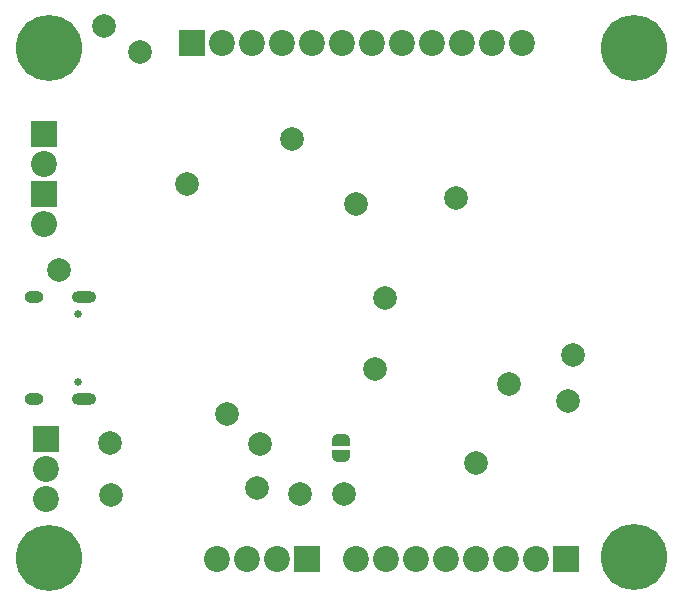
<source format=gbs>
G04 #@! TF.GenerationSoftware,KiCad,Pcbnew,7.0.7*
G04 #@! TF.CreationDate,2024-09-25T18:01:09-07:00*
G04 #@! TF.ProjectId,LAF Board Proto V1.0,4c414620-426f-4617-9264-2050726f746f,rev?*
G04 #@! TF.SameCoordinates,Original*
G04 #@! TF.FileFunction,Soldermask,Bot*
G04 #@! TF.FilePolarity,Negative*
%FSLAX46Y46*%
G04 Gerber Fmt 4.6, Leading zero omitted, Abs format (unit mm)*
G04 Created by KiCad (PCBNEW 7.0.7) date 2024-09-25 18:01:09*
%MOMM*%
%LPD*%
G01*
G04 APERTURE LIST*
G04 Aperture macros list*
%AMFreePoly0*
4,1,19,0.500000,-0.750000,0.000000,-0.750000,0.000000,-0.744911,-0.071157,-0.744911,-0.207708,-0.704816,-0.327430,-0.627875,-0.420627,-0.520320,-0.479746,-0.390866,-0.500000,-0.250000,-0.500000,0.250000,-0.479746,0.390866,-0.420627,0.520320,-0.327430,0.627875,-0.207708,0.704816,-0.071157,0.744911,0.000000,0.744911,0.000000,0.750000,0.500000,0.750000,0.500000,-0.750000,0.500000,-0.750000,
$1*%
%AMFreePoly1*
4,1,19,0.000000,0.744911,0.071157,0.744911,0.207708,0.704816,0.327430,0.627875,0.420627,0.520320,0.479746,0.390866,0.500000,0.250000,0.500000,-0.250000,0.479746,-0.390866,0.420627,-0.520320,0.327430,-0.627875,0.207708,-0.704816,0.071157,-0.744911,0.000000,-0.744911,0.000000,-0.750000,-0.500000,-0.750000,-0.500000,0.750000,0.000000,0.750000,0.000000,0.744911,0.000000,0.744911,
$1*%
G04 Aperture macros list end*
%ADD10R,2.200000X2.200000*%
%ADD11C,2.200000*%
%ADD12C,5.600000*%
%ADD13C,0.650000*%
%ADD14O,2.100000X1.000000*%
%ADD15O,1.600000X1.000000*%
%ADD16C,2.000000*%
%ADD17O,2.200000X2.200000*%
%ADD18FreePoly0,90.000000*%
%ADD19FreePoly1,90.000000*%
G04 APERTURE END LIST*
D10*
X72930000Y-72530000D03*
D11*
X70390000Y-72530000D03*
X67850000Y-72530000D03*
X65310000Y-72530000D03*
X62770000Y-72530000D03*
X60230000Y-72530000D03*
X57690000Y-72530000D03*
X55150000Y-72530000D03*
D10*
X51050000Y-72520000D03*
D11*
X48510000Y-72520000D03*
X45970000Y-72520000D03*
X43430000Y-72520000D03*
X28910000Y-67460000D03*
X28910000Y-64920000D03*
D10*
X28910000Y-62380000D03*
D12*
X29210000Y-29210000D03*
X29210000Y-72390000D03*
D13*
X31620000Y-51780000D03*
X31620000Y-57560000D03*
D14*
X32120000Y-50350000D03*
D15*
X27940000Y-50350000D03*
D14*
X32120000Y-58990000D03*
D15*
X27940000Y-58990000D03*
D12*
X78740000Y-29210000D03*
X78740000Y-72380000D03*
D16*
X73540000Y-55260000D03*
X34410000Y-67130000D03*
X34370000Y-62680000D03*
X46810000Y-66500000D03*
X30010000Y-48060000D03*
D17*
X28790000Y-44160000D03*
D10*
X28790000Y-41620000D03*
D11*
X28790000Y-39080000D03*
D10*
X28790000Y-36540000D03*
D16*
X33860000Y-27360000D03*
X73090000Y-59160000D03*
X54170000Y-67000000D03*
X36880000Y-29630000D03*
D10*
X41260000Y-28850000D03*
D11*
X43800000Y-28850000D03*
X46340000Y-28850000D03*
X48880000Y-28850000D03*
X51420000Y-28850000D03*
X53960000Y-28850000D03*
X56500000Y-28850000D03*
X59040000Y-28850000D03*
X61580000Y-28850000D03*
X64120000Y-28850000D03*
X66660000Y-28850000D03*
X69200000Y-28850000D03*
D16*
X49750000Y-36960000D03*
X50450000Y-67000000D03*
X55190000Y-42440001D03*
X56810000Y-56400000D03*
X44280000Y-60270000D03*
X68090000Y-57670000D03*
X65330000Y-64400000D03*
X40840000Y-40770000D03*
D18*
X53890000Y-63777501D03*
D19*
X53890000Y-62477501D03*
D16*
X63670000Y-41940000D03*
X57640000Y-50440000D03*
X47070000Y-62810000D03*
M02*

</source>
